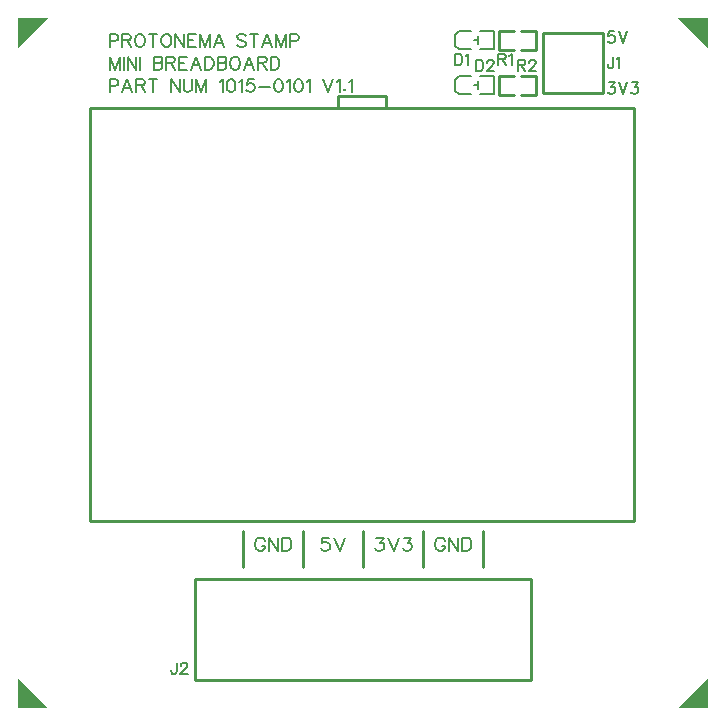
<source format=gto>
G04 Layer: TopSilkscreenLayer*
G04 EasyEDA v6.5.29, 2023-07-09 11:22:14*
G04 66d2373efeaf4300b8bf4b9e6adbc1de,5a6b42c53f6a479593ecc07194224c93,10*
G04 Gerber Generator version 0.2*
G04 Scale: 100 percent, Rotated: No, Reflected: No *
G04 Dimensions in millimeters *
G04 leading zeros omitted , absolute positions ,4 integer and 5 decimal *
%FSLAX45Y45*%
%MOMM*%

%ADD10C,0.1524*%
%ADD11C,0.2540*%
%ADD12C,0.1500*%

%LPD*%
D10*
X3612319Y1414645D02*
G01*
X3606985Y1425567D01*
X3596063Y1436489D01*
X3585141Y1441823D01*
X3563297Y1441823D01*
X3552375Y1436489D01*
X3541453Y1425567D01*
X3536119Y1414645D01*
X3530531Y1398135D01*
X3530531Y1370957D01*
X3536119Y1354701D01*
X3541453Y1343779D01*
X3552375Y1332857D01*
X3563297Y1327269D01*
X3585141Y1327269D01*
X3596063Y1332857D01*
X3606985Y1343779D01*
X3612319Y1354701D01*
X3612319Y1370957D01*
X3585141Y1370957D02*
G01*
X3612319Y1370957D01*
X3648387Y1441823D02*
G01*
X3648387Y1327269D01*
X3648387Y1441823D02*
G01*
X3724841Y1327269D01*
X3724841Y1441823D02*
G01*
X3724841Y1327269D01*
X3760655Y1441823D02*
G01*
X3760655Y1327269D01*
X3760655Y1441823D02*
G01*
X3799009Y1441823D01*
X3815265Y1436489D01*
X3826187Y1425567D01*
X3831775Y1414645D01*
X3837109Y1398135D01*
X3837109Y1370957D01*
X3831775Y1354701D01*
X3826187Y1343779D01*
X3815265Y1332857D01*
X3799009Y1327269D01*
X3760655Y1327269D01*
X3033455Y1441823D02*
G01*
X3093399Y1441823D01*
X3060887Y1398135D01*
X3077143Y1398135D01*
X3088065Y1392801D01*
X3093399Y1387213D01*
X3098987Y1370957D01*
X3098987Y1360035D01*
X3093399Y1343779D01*
X3082477Y1332857D01*
X3066221Y1327269D01*
X3049965Y1327269D01*
X3033455Y1332857D01*
X3028121Y1338191D01*
X3022533Y1349113D01*
X3135055Y1441823D02*
G01*
X3178489Y1327269D01*
X3222177Y1441823D02*
G01*
X3178489Y1327269D01*
X3269167Y1441823D02*
G01*
X3329111Y1441823D01*
X3296345Y1398135D01*
X3312855Y1398135D01*
X3323777Y1392801D01*
X3329111Y1387213D01*
X3334699Y1370957D01*
X3334699Y1360035D01*
X3329111Y1343779D01*
X3318189Y1332857D01*
X3301933Y1327269D01*
X3285423Y1327269D01*
X3269167Y1332857D01*
X3263579Y1338191D01*
X3258245Y1349113D01*
X2630886Y1441833D02*
G01*
X2576276Y1441833D01*
X2570942Y1392811D01*
X2576276Y1398145D01*
X2592786Y1403733D01*
X2609042Y1403733D01*
X2625298Y1398145D01*
X2636220Y1387223D01*
X2641808Y1370967D01*
X2641808Y1360045D01*
X2636220Y1343789D01*
X2625298Y1332867D01*
X2609042Y1327279D01*
X2592786Y1327279D01*
X2576276Y1332867D01*
X2570942Y1338201D01*
X2565354Y1349123D01*
X2677876Y1441833D02*
G01*
X2721310Y1327279D01*
X2764998Y1441833D02*
G01*
X2721310Y1327279D01*
X1340865Y380237D02*
G01*
X1340865Y307594D01*
X1336294Y293878D01*
X1331721Y289305D01*
X1322578Y284734D01*
X1313687Y284734D01*
X1304544Y289305D01*
X1299971Y293878D01*
X1295400Y307594D01*
X1295400Y316737D01*
X1375410Y357631D02*
G01*
X1375410Y362204D01*
X1379981Y371094D01*
X1384554Y375665D01*
X1393697Y380237D01*
X1411731Y380237D01*
X1420876Y375665D01*
X1425447Y371094D01*
X1430020Y362204D01*
X1430020Y353060D01*
X1425447Y343915D01*
X1416304Y330200D01*
X1370837Y284734D01*
X1434592Y284734D01*
X2088321Y1414645D02*
G01*
X2082987Y1425567D01*
X2072065Y1436489D01*
X2061143Y1441823D01*
X2039299Y1441823D01*
X2028377Y1436489D01*
X2017455Y1425567D01*
X2012121Y1414645D01*
X2006533Y1398135D01*
X2006533Y1370957D01*
X2012121Y1354701D01*
X2017455Y1343779D01*
X2028377Y1332857D01*
X2039299Y1327269D01*
X2061143Y1327269D01*
X2072065Y1332857D01*
X2082987Y1343779D01*
X2088321Y1354701D01*
X2088321Y1370957D01*
X2061143Y1370957D02*
G01*
X2088321Y1370957D01*
X2124389Y1441823D02*
G01*
X2124389Y1327269D01*
X2124389Y1441823D02*
G01*
X2200843Y1327269D01*
X2200843Y1441823D02*
G01*
X2200843Y1327269D01*
X2236657Y1441823D02*
G01*
X2236657Y1327269D01*
X2236657Y1441823D02*
G01*
X2275011Y1441823D01*
X2291267Y1436489D01*
X2302189Y1425567D01*
X2307777Y1414645D01*
X2313111Y1398135D01*
X2313111Y1370957D01*
X2307777Y1354701D01*
X2302189Y1343779D01*
X2291267Y1332857D01*
X2275011Y1327269D01*
X2236657Y1327269D01*
X5045709Y5726937D02*
G01*
X5000243Y5726937D01*
X4995672Y5686044D01*
X5000243Y5690615D01*
X5013706Y5695187D01*
X5027422Y5695187D01*
X5041138Y5690615D01*
X5050281Y5681471D01*
X5054854Y5668010D01*
X5054854Y5658865D01*
X5050281Y5645150D01*
X5041138Y5636005D01*
X5027422Y5631434D01*
X5013706Y5631434D01*
X5000243Y5636005D01*
X4995672Y5640578D01*
X4991100Y5649721D01*
X5084825Y5726937D02*
G01*
X5121147Y5631434D01*
X5157470Y5726937D02*
G01*
X5121147Y5631434D01*
X774700Y5703315D02*
G01*
X774700Y5594350D01*
X774700Y5703315D02*
G01*
X821436Y5703315D01*
X836929Y5698236D01*
X842263Y5692902D01*
X847344Y5682487D01*
X847344Y5666994D01*
X842263Y5656579D01*
X836929Y5651500D01*
X821436Y5646165D01*
X774700Y5646165D01*
X881634Y5703315D02*
G01*
X881634Y5594350D01*
X881634Y5703315D02*
G01*
X928370Y5703315D01*
X944118Y5698236D01*
X949197Y5692902D01*
X954531Y5682487D01*
X954531Y5672073D01*
X949197Y5661660D01*
X944118Y5656579D01*
X928370Y5651500D01*
X881634Y5651500D01*
X918210Y5651500D02*
G01*
X954531Y5594350D01*
X1019810Y5703315D02*
G01*
X1009650Y5698236D01*
X999236Y5687821D01*
X993902Y5677407D01*
X988821Y5661660D01*
X988821Y5635752D01*
X993902Y5620257D01*
X999236Y5609844D01*
X1009650Y5599429D01*
X1019810Y5594350D01*
X1040637Y5594350D01*
X1051052Y5599429D01*
X1061465Y5609844D01*
X1066800Y5620257D01*
X1071879Y5635752D01*
X1071879Y5661660D01*
X1066800Y5677407D01*
X1061465Y5687821D01*
X1051052Y5698236D01*
X1040637Y5703315D01*
X1019810Y5703315D01*
X1142492Y5703315D02*
G01*
X1142492Y5594350D01*
X1106170Y5703315D02*
G01*
X1178813Y5703315D01*
X1244345Y5703315D02*
G01*
X1233931Y5698236D01*
X1223518Y5687821D01*
X1218437Y5677407D01*
X1213104Y5661660D01*
X1213104Y5635752D01*
X1218437Y5620257D01*
X1223518Y5609844D01*
X1233931Y5599429D01*
X1244345Y5594350D01*
X1265173Y5594350D01*
X1275587Y5599429D01*
X1286002Y5609844D01*
X1291081Y5620257D01*
X1296415Y5635752D01*
X1296415Y5661660D01*
X1291081Y5677407D01*
X1286002Y5687821D01*
X1275587Y5698236D01*
X1265173Y5703315D01*
X1244345Y5703315D01*
X1330705Y5703315D02*
G01*
X1330705Y5594350D01*
X1330705Y5703315D02*
G01*
X1403350Y5594350D01*
X1403350Y5703315D02*
G01*
X1403350Y5594350D01*
X1437639Y5703315D02*
G01*
X1437639Y5594350D01*
X1437639Y5703315D02*
G01*
X1505204Y5703315D01*
X1437639Y5651500D02*
G01*
X1479295Y5651500D01*
X1437639Y5594350D02*
G01*
X1505204Y5594350D01*
X1539494Y5703315D02*
G01*
X1539494Y5594350D01*
X1539494Y5703315D02*
G01*
X1581150Y5594350D01*
X1622552Y5703315D02*
G01*
X1581150Y5594350D01*
X1622552Y5703315D02*
G01*
X1622552Y5594350D01*
X1698497Y5703315D02*
G01*
X1656842Y5594350D01*
X1698497Y5703315D02*
G01*
X1739900Y5594350D01*
X1672589Y5630671D02*
G01*
X1724405Y5630671D01*
X1927097Y5687821D02*
G01*
X1916684Y5698236D01*
X1901189Y5703315D01*
X1880362Y5703315D01*
X1864613Y5698236D01*
X1854200Y5687821D01*
X1854200Y5677407D01*
X1859534Y5666994D01*
X1864613Y5661660D01*
X1875028Y5656579D01*
X1906270Y5646165D01*
X1916684Y5641086D01*
X1921763Y5635752D01*
X1927097Y5625337D01*
X1927097Y5609844D01*
X1916684Y5599429D01*
X1901189Y5594350D01*
X1880362Y5594350D01*
X1864613Y5599429D01*
X1854200Y5609844D01*
X1997709Y5703315D02*
G01*
X1997709Y5594350D01*
X1961388Y5703315D02*
G01*
X2034031Y5703315D01*
X2109977Y5703315D02*
G01*
X2068322Y5594350D01*
X2109977Y5703315D02*
G01*
X2151379Y5594350D01*
X2084070Y5630671D02*
G01*
X2135886Y5630671D01*
X2185670Y5703315D02*
G01*
X2185670Y5594350D01*
X2185670Y5703315D02*
G01*
X2227325Y5594350D01*
X2268981Y5703315D02*
G01*
X2227325Y5594350D01*
X2268981Y5703315D02*
G01*
X2268981Y5594350D01*
X2303272Y5703315D02*
G01*
X2303272Y5594350D01*
X2303272Y5703315D02*
G01*
X2350008Y5703315D01*
X2365502Y5698236D01*
X2370836Y5692902D01*
X2375915Y5682487D01*
X2375915Y5666994D01*
X2370836Y5656579D01*
X2365502Y5651500D01*
X2350008Y5646165D01*
X2303272Y5646165D01*
X5036565Y5511037D02*
G01*
X5036565Y5438394D01*
X5031993Y5424678D01*
X5027422Y5420105D01*
X5018277Y5415534D01*
X5009388Y5415534D01*
X5000243Y5420105D01*
X4995672Y5424678D01*
X4991100Y5438394D01*
X4991100Y5447537D01*
X5066538Y5493004D02*
G01*
X5075681Y5497576D01*
X5089397Y5511037D01*
X5089397Y5415534D01*
X5000243Y5295137D02*
G01*
X5050281Y5295137D01*
X5022850Y5258815D01*
X5036565Y5258815D01*
X5045709Y5254244D01*
X5050281Y5249671D01*
X5054854Y5236210D01*
X5054854Y5227065D01*
X5050281Y5213350D01*
X5041138Y5204205D01*
X5027422Y5199634D01*
X5013706Y5199634D01*
X5000243Y5204205D01*
X4995672Y5208778D01*
X4991100Y5217921D01*
X5084825Y5295137D02*
G01*
X5121147Y5199634D01*
X5157470Y5295137D02*
G01*
X5121147Y5199634D01*
X5196586Y5295137D02*
G01*
X5246624Y5295137D01*
X5219191Y5258815D01*
X5232908Y5258815D01*
X5242052Y5254244D01*
X5246624Y5249671D01*
X5251195Y5236210D01*
X5251195Y5227065D01*
X5246624Y5213350D01*
X5237479Y5204205D01*
X5223763Y5199634D01*
X5210302Y5199634D01*
X5196586Y5204205D01*
X5192013Y5208778D01*
X5187441Y5217921D01*
X774700Y5512815D02*
G01*
X774700Y5403850D01*
X774700Y5512815D02*
G01*
X816355Y5403850D01*
X857757Y5512815D02*
G01*
X816355Y5403850D01*
X857757Y5512815D02*
G01*
X857757Y5403850D01*
X892047Y5512815D02*
G01*
X892047Y5403850D01*
X926337Y5512815D02*
G01*
X926337Y5403850D01*
X926337Y5512815D02*
G01*
X999236Y5403850D01*
X999236Y5512815D02*
G01*
X999236Y5403850D01*
X1033526Y5512815D02*
G01*
X1033526Y5403850D01*
X1147826Y5512815D02*
G01*
X1147826Y5403850D01*
X1147826Y5512815D02*
G01*
X1194562Y5512815D01*
X1210055Y5507736D01*
X1215389Y5502402D01*
X1220470Y5491987D01*
X1220470Y5481573D01*
X1215389Y5471160D01*
X1210055Y5466079D01*
X1194562Y5461000D01*
X1147826Y5461000D02*
G01*
X1194562Y5461000D01*
X1210055Y5455665D01*
X1215389Y5450586D01*
X1220470Y5440171D01*
X1220470Y5424423D01*
X1215389Y5414010D01*
X1210055Y5408929D01*
X1194562Y5403850D01*
X1147826Y5403850D01*
X1254760Y5512815D02*
G01*
X1254760Y5403850D01*
X1254760Y5512815D02*
G01*
X1301495Y5512815D01*
X1316989Y5507736D01*
X1322323Y5502402D01*
X1327404Y5491987D01*
X1327404Y5481573D01*
X1322323Y5471160D01*
X1316989Y5466079D01*
X1301495Y5461000D01*
X1254760Y5461000D01*
X1291081Y5461000D02*
G01*
X1327404Y5403850D01*
X1361694Y5512815D02*
G01*
X1361694Y5403850D01*
X1361694Y5512815D02*
G01*
X1429257Y5512815D01*
X1361694Y5461000D02*
G01*
X1403350Y5461000D01*
X1361694Y5403850D02*
G01*
X1429257Y5403850D01*
X1505204Y5512815D02*
G01*
X1463547Y5403850D01*
X1505204Y5512815D02*
G01*
X1546860Y5403850D01*
X1479295Y5440171D02*
G01*
X1531112Y5440171D01*
X1581150Y5512815D02*
G01*
X1581150Y5403850D01*
X1581150Y5512815D02*
G01*
X1617471Y5512815D01*
X1632965Y5507736D01*
X1643379Y5497321D01*
X1648460Y5486907D01*
X1653794Y5471160D01*
X1653794Y5445252D01*
X1648460Y5429757D01*
X1643379Y5419344D01*
X1632965Y5408929D01*
X1617471Y5403850D01*
X1581150Y5403850D01*
X1688084Y5512815D02*
G01*
X1688084Y5403850D01*
X1688084Y5512815D02*
G01*
X1734820Y5512815D01*
X1750313Y5507736D01*
X1755647Y5502402D01*
X1760728Y5491987D01*
X1760728Y5481573D01*
X1755647Y5471160D01*
X1750313Y5466079D01*
X1734820Y5461000D01*
X1688084Y5461000D02*
G01*
X1734820Y5461000D01*
X1750313Y5455665D01*
X1755647Y5450586D01*
X1760728Y5440171D01*
X1760728Y5424423D01*
X1755647Y5414010D01*
X1750313Y5408929D01*
X1734820Y5403850D01*
X1688084Y5403850D01*
X1826260Y5512815D02*
G01*
X1815845Y5507736D01*
X1805431Y5497321D01*
X1800352Y5486907D01*
X1795018Y5471160D01*
X1795018Y5445252D01*
X1800352Y5429757D01*
X1805431Y5419344D01*
X1815845Y5408929D01*
X1826260Y5403850D01*
X1847087Y5403850D01*
X1857502Y5408929D01*
X1867915Y5419344D01*
X1872995Y5429757D01*
X1878329Y5445252D01*
X1878329Y5471160D01*
X1872995Y5486907D01*
X1867915Y5497321D01*
X1857502Y5507736D01*
X1847087Y5512815D01*
X1826260Y5512815D01*
X1954022Y5512815D02*
G01*
X1912620Y5403850D01*
X1954022Y5512815D02*
G01*
X1995677Y5403850D01*
X1928113Y5440171D02*
G01*
X1979929Y5440171D01*
X2029968Y5512815D02*
G01*
X2029968Y5403850D01*
X2029968Y5512815D02*
G01*
X2076704Y5512815D01*
X2092197Y5507736D01*
X2097531Y5502402D01*
X2102611Y5491987D01*
X2102611Y5481573D01*
X2097531Y5471160D01*
X2092197Y5466079D01*
X2076704Y5461000D01*
X2029968Y5461000D01*
X2066290Y5461000D02*
G01*
X2102611Y5403850D01*
X2136902Y5512815D02*
G01*
X2136902Y5403850D01*
X2136902Y5512815D02*
G01*
X2173224Y5512815D01*
X2188972Y5507736D01*
X2199386Y5497321D01*
X2204465Y5486907D01*
X2209800Y5471160D01*
X2209800Y5445252D01*
X2204465Y5429757D01*
X2199386Y5419344D01*
X2188972Y5408929D01*
X2173224Y5403850D01*
X2136902Y5403850D01*
X774700Y5322315D02*
G01*
X774700Y5213350D01*
X774700Y5322315D02*
G01*
X821436Y5322315D01*
X836929Y5317236D01*
X842263Y5311902D01*
X847344Y5301487D01*
X847344Y5285994D01*
X842263Y5275579D01*
X836929Y5270500D01*
X821436Y5265165D01*
X774700Y5265165D01*
X923289Y5322315D02*
G01*
X881634Y5213350D01*
X923289Y5322315D02*
G01*
X964945Y5213350D01*
X897381Y5249671D02*
G01*
X949197Y5249671D01*
X999236Y5322315D02*
G01*
X999236Y5213350D01*
X999236Y5322315D02*
G01*
X1045971Y5322315D01*
X1061465Y5317236D01*
X1066800Y5311902D01*
X1071879Y5301487D01*
X1071879Y5291073D01*
X1066800Y5280660D01*
X1061465Y5275579D01*
X1045971Y5270500D01*
X999236Y5270500D01*
X1035557Y5270500D02*
G01*
X1071879Y5213350D01*
X1142492Y5322315D02*
G01*
X1142492Y5213350D01*
X1106170Y5322315D02*
G01*
X1178813Y5322315D01*
X1293113Y5322315D02*
G01*
X1293113Y5213350D01*
X1293113Y5322315D02*
G01*
X1366012Y5213350D01*
X1366012Y5322315D02*
G01*
X1366012Y5213350D01*
X1400302Y5322315D02*
G01*
X1400302Y5244337D01*
X1405381Y5228844D01*
X1415795Y5218429D01*
X1431289Y5213350D01*
X1441704Y5213350D01*
X1457452Y5218429D01*
X1467865Y5228844D01*
X1472945Y5244337D01*
X1472945Y5322315D01*
X1507236Y5322315D02*
G01*
X1507236Y5213350D01*
X1507236Y5322315D02*
G01*
X1548892Y5213350D01*
X1590294Y5322315D02*
G01*
X1548892Y5213350D01*
X1590294Y5322315D02*
G01*
X1590294Y5213350D01*
X1704594Y5301487D02*
G01*
X1715007Y5306821D01*
X1730755Y5322315D01*
X1730755Y5213350D01*
X1796034Y5322315D02*
G01*
X1780539Y5317236D01*
X1770126Y5301487D01*
X1765045Y5275579D01*
X1765045Y5260086D01*
X1770126Y5233923D01*
X1780539Y5218429D01*
X1796034Y5213350D01*
X1806447Y5213350D01*
X1822195Y5218429D01*
X1832610Y5233923D01*
X1837689Y5260086D01*
X1837689Y5275579D01*
X1832610Y5301487D01*
X1822195Y5317236D01*
X1806447Y5322315D01*
X1796034Y5322315D01*
X1871979Y5301487D02*
G01*
X1882394Y5306821D01*
X1897887Y5322315D01*
X1897887Y5213350D01*
X1994661Y5322315D02*
G01*
X1942591Y5322315D01*
X1937511Y5275579D01*
X1942591Y5280660D01*
X1958340Y5285994D01*
X1973834Y5285994D01*
X1989327Y5280660D01*
X1999741Y5270500D01*
X2005075Y5254752D01*
X2005075Y5244337D01*
X1999741Y5228844D01*
X1989327Y5218429D01*
X1973834Y5213350D01*
X1958340Y5213350D01*
X1942591Y5218429D01*
X1937511Y5223510D01*
X1932177Y5233923D01*
X2039365Y5260086D02*
G01*
X2132838Y5260086D01*
X2198370Y5322315D02*
G01*
X2182622Y5317236D01*
X2172208Y5301487D01*
X2167127Y5275579D01*
X2167127Y5260086D01*
X2172208Y5233923D01*
X2182622Y5218429D01*
X2198370Y5213350D01*
X2208529Y5213350D01*
X2224277Y5218429D01*
X2234691Y5233923D01*
X2239772Y5260086D01*
X2239772Y5275579D01*
X2234691Y5301487D01*
X2224277Y5317236D01*
X2208529Y5322315D01*
X2198370Y5322315D01*
X2274061Y5301487D02*
G01*
X2284475Y5306821D01*
X2299970Y5322315D01*
X2299970Y5213350D01*
X2365502Y5322315D02*
G01*
X2350008Y5317236D01*
X2339593Y5301487D01*
X2334259Y5275579D01*
X2334259Y5260086D01*
X2339593Y5233923D01*
X2350008Y5218429D01*
X2365502Y5213350D01*
X2375915Y5213350D01*
X2391409Y5218429D01*
X2401824Y5233923D01*
X2407158Y5260086D01*
X2407158Y5275579D01*
X2401824Y5301487D01*
X2391409Y5317236D01*
X2375915Y5322315D01*
X2365502Y5322315D01*
X2441447Y5301487D02*
G01*
X2451861Y5306821D01*
X2467356Y5322315D01*
X2467356Y5213350D01*
X2581656Y5322315D02*
G01*
X2623311Y5213350D01*
X2664713Y5322315D02*
G01*
X2623311Y5213350D01*
X2699004Y5301487D02*
G01*
X2709418Y5306821D01*
X2725165Y5322315D01*
X2725165Y5213350D01*
X2764536Y5239257D02*
G01*
X2759456Y5233923D01*
X2764536Y5228844D01*
X2769870Y5233923D01*
X2764536Y5239257D01*
X2804159Y5301487D02*
G01*
X2814320Y5306821D01*
X2830068Y5322315D01*
X2830068Y5213350D01*
X3695700Y5536437D02*
G01*
X3695700Y5440934D01*
X3695700Y5536437D02*
G01*
X3727450Y5536437D01*
X3741165Y5531865D01*
X3750309Y5522976D01*
X3754881Y5513831D01*
X3759454Y5500115D01*
X3759454Y5477510D01*
X3754881Y5463794D01*
X3750309Y5454650D01*
X3741165Y5445505D01*
X3727450Y5440934D01*
X3695700Y5440934D01*
X3789425Y5518404D02*
G01*
X3798315Y5522976D01*
X3812031Y5536437D01*
X3812031Y5440934D01*
X4064000Y5536437D02*
G01*
X4064000Y5440934D01*
X4064000Y5536437D02*
G01*
X4104893Y5536437D01*
X4118609Y5531865D01*
X4123181Y5527294D01*
X4127754Y5518404D01*
X4127754Y5509260D01*
X4123181Y5500115D01*
X4118609Y5495544D01*
X4104893Y5490971D01*
X4064000Y5490971D01*
X4095750Y5490971D02*
G01*
X4127754Y5440934D01*
X4157725Y5518404D02*
G01*
X4166615Y5522976D01*
X4180331Y5536437D01*
X4180331Y5440934D01*
X3873500Y5485637D02*
G01*
X3873500Y5390134D01*
X3873500Y5485637D02*
G01*
X3905250Y5485637D01*
X3918965Y5481065D01*
X3928109Y5472176D01*
X3932681Y5463031D01*
X3937254Y5449315D01*
X3937254Y5426710D01*
X3932681Y5412994D01*
X3928109Y5403850D01*
X3918965Y5394705D01*
X3905250Y5390134D01*
X3873500Y5390134D01*
X3971797Y5463031D02*
G01*
X3971797Y5467604D01*
X3976115Y5476494D01*
X3980688Y5481065D01*
X3989831Y5485637D01*
X4008120Y5485637D01*
X4017009Y5481065D01*
X4021581Y5476494D01*
X4026154Y5467604D01*
X4026154Y5458460D01*
X4021581Y5449315D01*
X4012691Y5435600D01*
X3967225Y5390134D01*
X4030725Y5390134D01*
X4229100Y5485637D02*
G01*
X4229100Y5390134D01*
X4229100Y5485637D02*
G01*
X4269993Y5485637D01*
X4283709Y5481065D01*
X4288281Y5476494D01*
X4292854Y5467604D01*
X4292854Y5458460D01*
X4288281Y5449315D01*
X4283709Y5444744D01*
X4269993Y5440171D01*
X4229100Y5440171D01*
X4260850Y5440171D02*
G01*
X4292854Y5390134D01*
X4327397Y5463031D02*
G01*
X4327397Y5467604D01*
X4331715Y5476494D01*
X4336288Y5481065D01*
X4345431Y5485637D01*
X4363720Y5485637D01*
X4372609Y5481065D01*
X4377181Y5476494D01*
X4381754Y5467604D01*
X4381754Y5458460D01*
X4377181Y5449315D01*
X4368291Y5435600D01*
X4322825Y5390134D01*
X4386325Y5390134D01*
G36*
X0Y5842000D02*
G01*
X0Y5588000D01*
X254000Y5842000D01*
G37*
G36*
X0Y254000D02*
G01*
X0Y0D01*
X254000Y0D01*
G37*
G36*
X5842000Y254000D02*
G01*
X5588000Y0D01*
X5842000Y0D01*
G37*
G36*
X5588000Y5842000D02*
G01*
X5842000Y5588000D01*
X5842000Y5842000D01*
G37*
D11*
X2709595Y5079974D02*
G01*
X2709595Y5181574D01*
X3115995Y5181574D01*
X3115995Y5079974D01*
X2920997Y1193797D02*
G01*
X2920997Y1498597D01*
X2412994Y1193797D02*
G01*
X2412994Y1498597D01*
X1904997Y1193797D02*
G01*
X1904997Y1498597D01*
X3936992Y1193797D02*
G01*
X3936992Y1498597D01*
X3428992Y1193797D02*
G01*
X3428992Y1498597D01*
D12*
X3890495Y5651723D02*
G01*
X3856494Y5651723D01*
X3698488Y5616496D02*
G01*
X3698488Y5606493D01*
X3728483Y5576491D01*
X3913489Y5726498D02*
G01*
X4028493Y5726498D01*
X3913489Y5576491D02*
G01*
X4028493Y5576491D01*
X3833492Y5726498D02*
G01*
X3728483Y5726498D01*
X3833492Y5576491D02*
G01*
X3728483Y5576491D01*
X4028493Y5726485D02*
G01*
X4028493Y5578495D01*
X3698488Y5686488D02*
G01*
X3698488Y5616496D01*
X3698488Y5686488D02*
G01*
X3698488Y5696503D01*
X3728483Y5726498D01*
X3890495Y5686496D02*
G01*
X3890495Y5618497D01*
D11*
X4074033Y5570987D02*
G01*
X4074033Y5730991D01*
X4384093Y5571497D02*
G01*
X4384093Y5731502D01*
X4199028Y5730991D02*
G01*
X4074033Y5730991D01*
X4199028Y5570987D02*
G01*
X4074033Y5570987D01*
X4259092Y5731502D02*
G01*
X4384093Y5731502D01*
X4259092Y5571497D02*
G01*
X4384093Y5571497D01*
D12*
X3890495Y5270723D02*
G01*
X3856494Y5270723D01*
X3698488Y5235496D02*
G01*
X3698488Y5225493D01*
X3728483Y5195491D01*
X3913489Y5345498D02*
G01*
X4028493Y5345498D01*
X3913489Y5195491D02*
G01*
X4028493Y5195491D01*
X3833492Y5345498D02*
G01*
X3728483Y5345498D01*
X3833492Y5195491D02*
G01*
X3728483Y5195491D01*
X4028493Y5345485D02*
G01*
X4028493Y5197495D01*
X3698488Y5305488D02*
G01*
X3698488Y5235496D01*
X3698488Y5305488D02*
G01*
X3698488Y5315503D01*
X3728483Y5345498D01*
X3890495Y5305496D02*
G01*
X3890495Y5237497D01*
D11*
X4074033Y5189987D02*
G01*
X4074033Y5349991D01*
X4384093Y5190497D02*
G01*
X4384093Y5350502D01*
X4199028Y5349991D02*
G01*
X4074033Y5349991D01*
X4199028Y5189987D02*
G01*
X4074033Y5189987D01*
X4259092Y5350502D02*
G01*
X4384093Y5350502D01*
X4259092Y5190497D02*
G01*
X4384093Y5190497D01*
X609600Y5080000D02*
G01*
X5209590Y5080000D01*
X5209590Y1580006D01*
X609600Y1580006D01*
X609600Y5080000D01*
X1493393Y1088999D02*
G01*
X4343400Y1088999D01*
X4343400Y238988D01*
X1493393Y238988D01*
X1493393Y1088999D01*
X4445000Y5715000D02*
G01*
X4953000Y5715000D01*
X4953000Y5207000D01*
X4445000Y5207000D01*
X4445000Y5715000D01*
M02*

</source>
